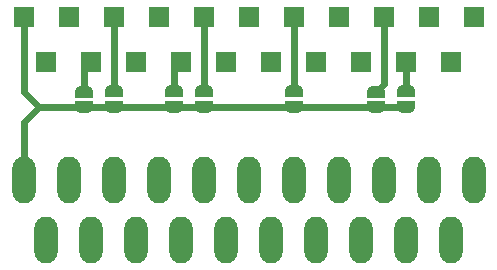
<source format=gbl>
G04 #@! TF.GenerationSoftware,KiCad,Pcbnew,(6.0.4)*
G04 #@! TF.CreationDate,2022-12-30T23:51:46-05:00*
G04 #@! TF.ProjectId,SCART TV side breakout,53434152-5420-4545-9620-736964652062,rev?*
G04 #@! TF.SameCoordinates,Original*
G04 #@! TF.FileFunction,Copper,L2,Bot*
G04 #@! TF.FilePolarity,Positive*
%FSLAX46Y46*%
G04 Gerber Fmt 4.6, Leading zero omitted, Abs format (unit mm)*
G04 Created by KiCad (PCBNEW (6.0.4)) date 2022-12-30 23:51:46*
%MOMM*%
%LPD*%
G01*
G04 APERTURE LIST*
G04 Aperture macros list*
%AMFreePoly0*
4,1,22,0.500000,-0.750000,0.000000,-0.750000,0.000000,-0.745033,-0.079941,-0.743568,-0.215256,-0.701293,-0.333266,-0.622738,-0.424486,-0.514219,-0.481581,-0.384460,-0.499164,-0.250000,-0.500000,-0.250000,-0.500000,0.250000,-0.499164,0.250000,-0.499963,0.256109,-0.478152,0.396186,-0.417904,0.524511,-0.324060,0.630769,-0.204165,0.706417,-0.067858,0.745374,0.000000,0.744959,0.000000,0.750000,
0.500000,0.750000,0.500000,-0.750000,0.500000,-0.750000,$1*%
%AMFreePoly1*
4,1,20,0.000000,0.744959,0.073905,0.744508,0.209726,0.703889,0.328688,0.626782,0.421226,0.519385,0.479903,0.390333,0.500000,0.250000,0.500000,-0.250000,0.499851,-0.262216,0.476331,-0.402017,0.414519,-0.529596,0.319384,-0.634700,0.198574,-0.708877,0.061801,-0.746166,0.000000,-0.745033,0.000000,-0.750000,-0.500000,-0.750000,-0.500000,0.750000,0.000000,0.750000,0.000000,0.744959,
0.000000,0.744959,$1*%
G04 Aperture macros list end*
G04 #@! TA.AperFunction,ComponentPad*
%ADD10R,1.700000X1.700000*%
G04 #@! TD*
G04 #@! TA.AperFunction,ComponentPad*
%ADD11O,1.981200X3.962400*%
G04 #@! TD*
G04 #@! TA.AperFunction,SMDPad,CuDef*
%ADD12FreePoly0,90.000000*%
G04 #@! TD*
G04 #@! TA.AperFunction,SMDPad,CuDef*
%ADD13FreePoly1,90.000000*%
G04 #@! TD*
G04 #@! TA.AperFunction,SMDPad,CuDef*
%ADD14FreePoly0,270.000000*%
G04 #@! TD*
G04 #@! TA.AperFunction,SMDPad,CuDef*
%ADD15FreePoly1,270.000000*%
G04 #@! TD*
G04 #@! TA.AperFunction,Conductor*
%ADD16C,0.600000*%
G04 #@! TD*
G04 APERTURE END LIST*
D10*
X146685000Y-161925000D03*
X129540000Y-165735000D03*
X118110000Y-165735000D03*
X110490000Y-165735000D03*
X121920000Y-165735000D03*
X108585000Y-161925000D03*
X133350000Y-165735000D03*
X137160000Y-165735000D03*
X114300000Y-165735000D03*
X116205000Y-161925000D03*
X142875000Y-161925000D03*
X139065000Y-161925000D03*
X120015000Y-161925000D03*
X144780000Y-165735000D03*
D11*
X146685000Y-175768000D03*
X144780000Y-180848000D03*
X142875000Y-175768000D03*
X140970000Y-180848000D03*
X139065000Y-175768000D03*
X137160000Y-180848000D03*
X135255000Y-175768000D03*
X133350000Y-180848000D03*
X131445000Y-175768000D03*
X129540000Y-180848000D03*
X127635000Y-175768000D03*
X125730000Y-180848000D03*
X123825000Y-175768000D03*
X121920000Y-180848000D03*
X120015000Y-175768000D03*
X118110000Y-180848000D03*
X116205000Y-175768000D03*
X114300000Y-180848000D03*
X112395000Y-175768000D03*
X110490000Y-180848000D03*
X108585000Y-175768000D03*
D10*
X127635000Y-161925000D03*
X140970000Y-165735000D03*
X135255000Y-161925000D03*
X131445000Y-161925000D03*
X112395000Y-161925000D03*
X123825000Y-161925000D03*
X125730000Y-165735000D03*
D12*
X116205000Y-169560000D03*
D13*
X116205000Y-168260000D03*
D14*
X121285000Y-168260000D03*
D15*
X121285000Y-169560000D03*
D14*
X113665000Y-168275000D03*
D15*
X113665000Y-169575000D03*
D12*
X131445000Y-169560000D03*
D13*
X131445000Y-168260000D03*
D12*
X138430000Y-169575000D03*
D13*
X138430000Y-168275000D03*
D12*
X123825000Y-169560000D03*
D13*
X123825000Y-168260000D03*
D14*
X140970000Y-168260000D03*
D15*
X140970000Y-169560000D03*
D16*
X108585000Y-168275000D02*
X108585000Y-161925000D01*
X113665000Y-169575000D02*
X113635000Y-169545000D01*
X113635000Y-169545000D02*
X109855000Y-169545000D01*
X140970000Y-169560000D02*
X113680000Y-169560000D01*
X113680000Y-169560000D02*
X113665000Y-169575000D01*
X108585000Y-170815000D02*
X109855000Y-169545000D01*
X108585000Y-175768000D02*
X108585000Y-170815000D01*
X109855000Y-169545000D02*
X108585000Y-168275000D01*
X116205000Y-168260000D02*
X116205000Y-161925000D01*
X123825000Y-168260000D02*
X123825000Y-161925000D01*
X131445000Y-168260000D02*
X131445000Y-161925000D01*
X139065000Y-167640000D02*
X139065000Y-161925000D01*
X138430000Y-168275000D02*
X139065000Y-167640000D01*
X140970000Y-168260000D02*
X140970000Y-165735000D01*
X121285000Y-168260000D02*
X121285000Y-166370000D01*
X121285000Y-166370000D02*
X121920000Y-165735000D01*
X113665000Y-166370000D02*
X114300000Y-165735000D01*
X113665000Y-168275000D02*
X113665000Y-166370000D01*
M02*

</source>
